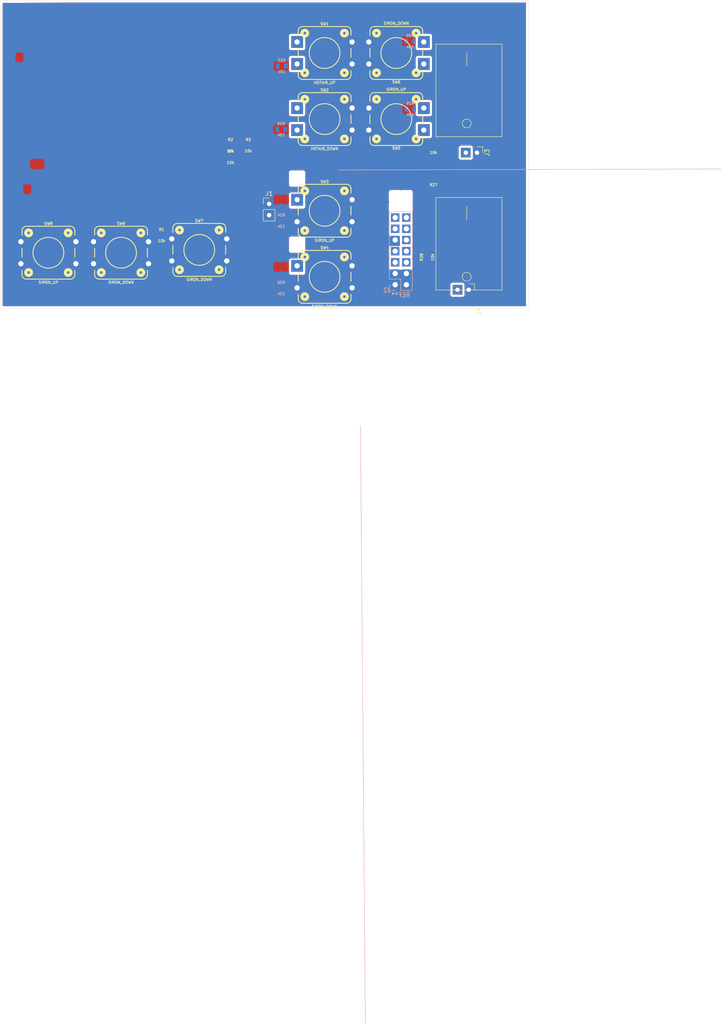
<source format=kicad_pcb>
(kicad_pcb (version 20211014) (generator pcbnew)
  (layers (0 "F.Cu" signal) (31 "B.Cu" signal) (34 "B.Paste" user) (35 "F.Paste" user) (36 "B.SilkS" user "B.Silkscreen") (37 "F.SilkS" user "F.Silkscreen") (38 "B.Mask" user) (39 "F.Mask" user) (44 "Edge.Cuts" user))
  (net 0 "")
  (net 1 "HOTAIR_UP_SW")
  (net 2 "HOTAIR_DOWN_SW")
  (net 3 "SOLDER_UP_SW")
  (net 4 "SOLDER_DOWN_SW")
  (net 5 "HOTAIR_ON_SW")
  (net 6 "SOLDER_ON_SW")
  (net 7 "GND")
  (net 8 "+3V3")
  (net 9 "SOLDER_SELECT_SW")
  (net 10 "MENU_UP_SW")
  (net 11 "HOTAIR_FAN_UP_SW")
  (net 12 "HOTAIR_FAN_DOWN_SW")
  (net 13 "MENU_OK_SW")
  (net 14 "MENU_DOWN_SW")
  (footprint "Capacitors:0805" (layer "F.Cu") (at 130.05308 82.68208 180)
    (fp_text reference "R27" (at 0 -6.0758) (layer "F.SilkS") (effects (font (size 0.6096 0.6096) (thickness 0.127))))
    (fp_text value "10k" (at 0 1.27) (layer "F.SilkS") (effects (font (size 0.6096 0.6096) (thickness 0.127))))
    (pad "1" smd rect locked (at -0.89916 0 180) (size 0.79756 1.19888) (layers "F.Cu" "F.Paste" "F.Mask") (net 5 "HOTAIR_ON_SW"))
    (pad "2" smd rect locked (at 0.89916 0 180) (size 0.79756 1.19888) (layers "F.Cu" "F.Paste" "F.Mask") (net 8 "+3V3"))
  )
  (footprint "Capacitors:0805" (layer "F.Cu") (at 128.62052 105.15612 90)
    (fp_text reference "R28" (at 0 -1.27 270) (layer "F.SilkS") (effects (font (size 0.6096 0.6096) (thickness 0.127))))
    (fp_text value "10k" (at 0 1.27 270) (layer "F.SilkS") (effects (font (size 0.6096 0.6096) (thickness 0.127))))
    (pad "1" smd rect locked (at -0.89916 0 90) (size 0.79756 1.19888) (layers "F.Cu" "F.Paste" "F.Mask") (net 6 "SOLDER_ON_SW"))
    (pad "2" smd rect locked (at 0.89916 0 90) (size 0.79756 1.19888) (layers "F.Cu" "F.Paste" "F.Mask") (net 8 "+3V3"))
  )
  (footprint "Connector_PinHeader_2.54mm:PinHeader_1x02_P2.54mm_Vertical" (layer "F.Cu") (at 138.05408 112.5474 -90)
    (fp_text reference "J4" (at 4.8058 -2.33 90) (layer "F.SilkS"))
    (fp_text value "solder_on")
    (fp_line (start -1.33 1.27) (end 1.33 1.27) (layer "F.SilkS") (width 0.12))
    (fp_line (start -1.33 0) (end -1.33 -1.33) (layer "F.SilkS") (width 0.12))
    (fp_line (start 1.33 1.27) (end 1.33 3.87) (layer "F.SilkS") (width 0.12))
    (fp_line (start -1.33 1.27) (end -1.33 3.87) (layer "F.SilkS") (width 0.12))
    (fp_line (start -1.33 -1.33) (end 0 -1.33) (layer "F.SilkS") (width 0.12))
    (fp_line (start -1.33 3.87) (end 1.33 3.87) (layer "F.SilkS") (width 0.12))
    (pad "1" thru_hole rect locked (at 0 0 270) (size 1.7 1.7) (drill 1) (layers *.Cu *.Mask) (net 7 "GND"))
    (pad "2" thru_hole rect locked (at 0 2.54 270) (size 2.2 2.2) (drill 1) (layers *.Cu *.Mask) (net 6 "SOLDER_ON_SW"))
  )
  (footprint "Switches:TACTILE_SWITCH_PTH_12MM" (layer "F.Cu") (at 105.3138 58.8092)
    (fp_text reference "SW1" (at 0 -6.604) (layer "F.SilkS") (effects (font (size 0.6096 0.6096) (thickness 0.127))))
    (fp_text value "HOTAIR_UP" (at 0 6.731) (layer "F.SilkS") (effects (font (size 0.6096 0.6096) (thickness 0.127))))
    (fp_line (start -4.99872 -5.99948) (end 4.99872 -5.99948) (layer "F.SilkS") (width 0.2032))
    (fp_line (start 5.99948 -4.99872) (end 5.99948 -3.99796) (layer "F.SilkS") (width 0.2032))
    (fp_line (start 5.99948 3.99796) (end 5.99948 4.99872) (layer "F.SilkS") (width 0.2032))
    (fp_line (start -5.99948 -3.99796) (end -5.99948 -4.99872) (layer "F.SilkS") (width 0.2032))
    (fp_line (start -5.99948 0.99822) (end -5.99948 -0.99822) (layer "F.SilkS") (width 0.2032))
    (fp_line (start 4.99872 5.99948) (end -4.99872 5.99948) (layer "F.SilkS") (width 0.2032))
    (fp_line (start 5.99948 -0.99822) (end 5.99948 0.99822) (layer "F.SilkS") (width 0.2032))
    (fp_line (start -5.99948 4.99872) (end -5.99948 3.99796) (layer "F.SilkS") (width 0.2032))
    (fp_arc (start 4.99872 -5.99948) (mid 5.706364 -5.706364) (end 5.99948 -4.99872) (layer "F.SilkS") (width 0.2032))
    (fp_arc (start -5.99948 -4.99872) (mid -5.706364 -5.706364) (end -4.99872 -5.99948) (layer "F.SilkS") (width 0.2032))
    (fp_arc (start -4.99872 5.99948) (mid -5.706364 5.706364) (end -5.99948 4.99872) (layer "F.SilkS") (width 0.2032))
    (fp_arc (start 5.99948 4.99872) (mid 5.706364 5.706364) (end 4.99872 5.99948) (layer "F.SilkS") (width 0.2032))
    (fp_circle (center -4.49834 -4.49834) (end -4.49834 -4.79806) (layer "F.SilkS") (width 0.6985) (fill none))
    (fp_circle (center 4.49834 -4.49834) (end 4.49834 -4.79806) (layer "F.SilkS") (width 0.6985) (fill none))
    (fp_circle (center -4.49834 4.49834) (end -4.49834 4.19862) (layer "F.SilkS") (width 0.6985) (fill none))
    (fp_circle (center 0 0) (end 0 -3.49758) (layer "F.SilkS") (width 0.2032) (fill none))
    (fp_circle (center 4.49834 4.49834) (end 4.49834 4.19862) (layer "F.SilkS") (width 0.6985) (fill none))
    (pad "1" thru_hole rect locked (at 6.2484 -2.49936) (size 2.7 2.7) (drill 1.19888) (layers *.Cu *.Mask) (net 7 "GND"))
    (pad "1" thru_hole rect locked (at 6.2484 2.49936) (size 2.7 2.7) (drill 1.19888) (layers *.Cu *.Mask) (net 7 "GND"))
    (pad "2" thru_hole rect locked (at -6.2484 2.49936) (size 2.7 2.7) (drill 1.19888) (layers *.Cu *.Mask) (net 1 "HOTAIR_UP_SW"))
    (pad "2" thru_hole rect locked (at -6.2484 -2.49936) (size 2.7 2.7) (drill 1.19888) (layers *.Cu *.Mask) (net 1 "HOTAIR_UP_SW"))
  )
  (footprint "Switches:TACTILE_SWITCH_PTH_12MM" (layer "F.Cu") (at 105.3138 94.615)
    (fp_text reference "SW3" (at 0 -6.604) (layer "F.SilkS") (effects (font (size 0.6096 0.6096) (thickness 0.127))))
    (fp_text value "SIRON_UP" (at 0 6.731) (layer "F.SilkS") (effects (font (size 0.6096 0.6096) (thickness 0.127))))
    (fp_line (start 5.99948 3.99796) (end 5.99948 4.99872) (layer "F.SilkS") (width 0.2032))
    (fp_line (start 5.99948 -0.99822) (end 5.99948 0.99822) (layer "F.SilkS") (width 0.2032))
    (fp_line (start -5.99948 0.99822) (end -5.99948 -0.99822) (layer "F.SilkS") (width 0.2032))
    (fp_line (start 4.99872 5.99948) (end -4.99872 5.99948) (layer "F.SilkS") (width 0.2032))
    (fp_line (start -5.99948 -3.99796) (end -5.99948 -4.99872) (layer "F.SilkS") (width 0.2032))
    (fp_line (start -5.99948 4.99872) (end -5.99948 3.99796) (layer "F.SilkS") (width 0.2032))
    (fp_line (start 5.99948 -4.99872) (end 5.99948 -3.99796) (layer "F.SilkS") (width 0.2032))
    (fp_line (start -4.99872 -5.99948) (end 4.99872 -5.99948) (layer "F.SilkS") (width 0.2032))
    (fp_arc (start -4.99872 5.99948) (mid -5.706364 5.706364) (end -5.99948 4.99872) (layer "F.SilkS") (width 0.2032))
    (fp_arc (start 4.99872 -5.99948) (mid 5.706364 -5.706364) (end 5.99948 -4.99872) (layer "F.SilkS") (width 0.2032))
    (fp_arc (start -5.99948 -4.99872) (mid -5.706364 -5.706364) (end -4.99872 -5.99948) (layer "F.SilkS") (width 0.2032))
    (fp_arc (start 5.99948 4.99872) (mid 5.706364 5.706364) (end 4.99872 5.99948) (layer "F.SilkS") (width 0.2032))
    (fp_circle (center -4.49834 -4.49834) (end -4.49834 -4.79806) (layer "F.SilkS") (width 0.6985) (fill none))
    (fp_circle (center 0 0) (end 0 -3.49758) (layer "F.SilkS") (width 0.2032) (fill none))
    (fp_circle (center -4.49834 4.49834) (end -4.49834 4.19862) (layer "F.SilkS") (width 0.6985) (fill none))
    (fp_circle (center 4.49834 4.49834) (end 4.49834 4.19862) (layer "F.SilkS") (width 0.6985) (fill none))
    (fp_circle (center 4.49834 -4.49834) (end 4.49834 -4.79806) (layer "F.SilkS") (width 0.6985) (fill none))
    (pad "1" thru_hole rect locked (at 6.2484 2.49936) (size 2.7 2.7) (drill 1.19888) (layers *.Cu *.Mask) (net 7 "GND"))
    (pad "1" thru_hole rect locked (at 6.2484 -2.49936) (size 2.7 2.7) (drill 1.19888) (layers *.Cu *.Mask) (net 7 "GND"))
    (pad "2" thru_hole rect locked (at -6.2484 2.49936) (size 2.7 2.7) (drill 1.19888) (layers *.Cu *.Mask) (net 3 "SOLDER_UP_SW"))
    (pad "2" thru_hole rect locked (at -6.2484 -2.49936) (size 2.7 2.7) (drill 1.19888) (layers *.Cu *.Mask) (net 3 "SOLDER_UP_SW"))
  )
  (footprint "Switches:TACTILE_SWITCH_PTH_12MM" (layer "F.Cu") (at 105.3138 109.615)
    (fp_text reference "SW4" (at 0 -6.604) (layer "F.SilkS") (effects (font (size 0.6096 0.6096) (thickness 0.127))))
    (fp_text value "SIRON_DOWN" (at 0 6.731) (layer "F.SilkS") (effects (font (size 0.6096 0.6096) (thickness 0.127))))
    (fp_line (start 4.99872 5.99948) (end -4.99872 5.99948) (layer "F.SilkS") (width 0.2032))
    (fp_line (start -4.99872 -5.99948) (end 4.99872 -5.99948) (layer "F.SilkS") (width 0.2032))
    (fp_line (start 5.99948 3.99796) (end 5.99948 4.99872) (layer "F.SilkS") (width 0.2032))
    (fp_line (start -5.99948 4.99872) (end -5.99948 3.99796) (layer "F.SilkS") (width 0.2032))
    (fp_line (start -5.99948 0.99822) (end -5.99948 -0.99822) (layer "F.SilkS") (width 0.2032))
    (fp_line (start -5.99948 -3.99796) (end -5.99948 -4.99872) (layer "F.SilkS") (width 0.2032))
    (fp_line (start 5.99948 -4.99872) (end 5.99948 -3.99796) (layer "F.SilkS") (width 0.2032))
    (fp_line (start 5.99948 -0.99822) (end 5.99948 0.99822) (layer "F.SilkS") (width 0.2032))
    (fp_arc (start -5.99948 -4.99872) (mid -5.706364 -5.706364) (end -4.99872 -5.99948) (layer "F.SilkS") (width 0.2032))
    (fp_arc (start 4.99872 -5.99948) (mid 5.706364 -5.706364) (end 5.99948 -4.99872) (layer "F.SilkS") (width 0.2032))
    (fp_arc (start 5.99948 4.99872) (mid 5.706364 5.706364) (end 4.99872 5.99948) (layer "F.SilkS") (width 0.2032))
    (fp_arc (start -4.99872 5.99948) (mid -5.706364 5.706364) (end -5.99948 4.99872) (layer "F.SilkS") (width 0.2032))
    (fp_circle (center 4.49834 -4.49834) (end 4.49834 -4.79806) (layer "F.SilkS") (width 0.6985) (fill none))
    (fp_circle (center -4.49834 4.49834) (end -4.49834 4.19862) (layer "F.SilkS") (width 0.6985) (fill none))
    (fp_circle (center 0 0) (end 0 -3.49758) (layer "F.SilkS") (width 0.2032) (fill none))
    (fp_circle (center -4.49834 -4.49834) (end -4.49834 -4.79806) (layer "F.SilkS") (width 0.6985) (fill none))
    (fp_circle (center 4.49834 4.49834) (end 4.49834 4.19862) (layer "F.SilkS") (width 0.6985) (fill none))
    (pad "1" thru_hole rect locked (at 6.2484 2.49936) (size 2.7 2.7) (drill 1.19888) (layers *.Cu *.Mask) (net 7 "GND"))
    (pad "1" thru_hole rect locked (at 6.2484 -2.49936) (size 2.7 2.7) (drill 1.19888) (layers *.Cu *.Mask) (net 7 "GND"))
    (pad "2" thru_hole rect locked (at -6.2484 -2.49936) (size 2.7 2.7) (drill 1.19888) (layers *.Cu *.Mask) (net 4 "SOLDER_DOWN_SW"))
    (pad "2" thru_hole rect locked (at -6.2484 2.49936) (size 2.7 2.7) (drill 1.19888) (layers *.Cu *.Mask) (net 4 "SOLDER_DOWN_SW"))
  )
  (footprint "Switches:TACTILE_SWITCH_PTH_12MM" (layer "F.Cu") (at 105.3138 73.8092)
    (fp_text reference "SW2" (at 0 -6.604) (layer "F.SilkS") (effects (font (size 0.6096 0.6096) (thickness 0.127))))
    (fp_text value "HOTAIR_DOWN" (at 0 6.731) (layer "F.SilkS") (effects (font (size 0.6096 0.6096) (thickness 0.127))))
    (fp_line (start 5.99948 3.99796) (end 5.99948 4.99872) (layer "F.SilkS") (width 0.2032))
    (fp_line (start -4.99872 -5.99948) (end 4.99872 -5.99948) (layer "F.SilkS") (width 0.2032))
    (fp_line (start -5.99948 -3.99796) (end -5.99948 -4.99872) (layer "F.SilkS") (width 0.2032))
    (fp_line (start 5.99948 -0.99822) (end 5.99948 0.99822) (layer "F.SilkS") (width 0.2032))
    (fp_line (start 4.99872 5.99948) (end -4.99872 5.99948) (layer "F.SilkS") (width 0.2032))
    (fp_line (start -5.99948 0.99822) (end -5.99948 -0.99822) (layer "F.SilkS") (width 0.2032))
    (fp_line (start -5.99948 4.99872) (end -5.99948 3.99796) (layer "F.SilkS") (width 0.2032))
    (fp_line (start 5.99948 -4.99872) (end 5.99948 -3.99796) (layer "F.SilkS") (width 0.2032))
    (fp_arc (start -4.99872 5.99948) (mid -5.706364 5.706364) (end -5.99948 4.99872) (layer "F.SilkS") (width 0.2032))
    (fp_arc (start 4.99872 -5.99948) (mid 5.706364 -5.706364) (end 5.99948 -4.99872) (layer "F.SilkS") (width 0.2032))
    (fp_arc (start 5.99948 4.99872) (mid 5.706364 5.706364) (end 4.99872 5.99948) (layer "F.SilkS") (width 0.2032))
    (fp_arc (start -5.99948 -4.99872) (mid -5.706364 -5.706364) (end -4.99872 -5.99948) (layer "F.SilkS") (width 0.2032))
    (fp_circle (center 4.49834 4.49834) (end 4.49834 4.19862) (layer "F.SilkS") (width 0.6985) (fill none))
    (fp_circle (center 0 0) (end 0 -3.49758) (layer "F.SilkS") (width 0.2032) (fill none))
    (fp_circle (center -4.49834 -4.49834) (end -4.49834 -4.79806) (layer "F.SilkS") (width 0.6985) (fill none))
    (fp_circle (center -4.49834 4.49834) (end -4.49834 4.19862) (layer "F.SilkS") (width 0.6985) (fill none))
    (fp_circle (center 4.49834 -4.49834) (end 4.49834 -4.79806) (layer "F.SilkS") (width 0.6985) (fill none))
    (pad "1" thru_hole rect locked (at 6.2484 -2.49936) (size 2.7 2.7) (drill 1.19888) (layers *.Cu *.Mask) (net 7 "GND"))
    (pad "1" thru_hole rect locked (at 6.2484 2.49936) (size 2.7 2.7) (drill 1.19888) (layers *.Cu *.Mask) (net 7 "GND"))
    (pad "2" thru_hole rect locked (at -6.2484 -2.49936) (size 2.7 2.7) (drill 1.19888) (layers *.Cu *.Mask) (net 2 "HOTAIR_DOWN_SW"))
    (pad "2" thru_hole rect locked (at -6.2484 2.49936) (size 2.7 2.7) (drill 1.19888) (layers *.Cu *.Mask) (net 2 "HOTAIR_DOWN_SW"))
  )
  (footprint "Connector_PinHeader_2.54mm:PinHeader_1x02_P2.54mm_Vertical" (layer "F.Cu") (at 139.94384 81.44256 -90)
    (fp_text reference "J3" (at 0 -2.33 90) (layer "F.SilkS"))
    (fp_text value "hot_on")
    (fp_line (start -1.33 1.27) (end -1.33 3.87) (layer "F.SilkS") (width 0.12))
    (fp_line (start -1.33 1.27) (end 1.33 1.27) (layer "F.SilkS") (width 0.12))
    (fp_line (start -1.33 0) (end -1.33 -1.33) (layer "F.SilkS") (width 0.12))
    (fp_line (start 1.33 1.27) (end 1.33 3.87) (layer "F.SilkS") (width 0.12))
    (fp_line (start -1.33 -1.33) (end 0 -1.33) (layer "F.SilkS") (width 0.12))
    (fp_line (start -1.33 3.87) (end 1.33 3.87) (layer "F.SilkS") (width 0.12))
    (pad "1" thru_hole rect locked (at 0 0 270) (size 1.7 1.7) (drill 1) (layers *.Cu *.Mask) (net 7 "GND"))
    (pad "2" thru_hole rect locked (at 0 2.54 270) (size 2.2 2.2) (drill 1) (layers *.Cu *.Mask "F.Adhes") (net 5 "HOTAIR_ON_SW"))
  )
  (footprint "Switches:TACTILE_SWITCH_PTH_12MM" (layer "F.Cu") (at 121.6138 73.8092 180)
    (fp_text reference "SW5" (at 0 -6.604 180) (layer "F.SilkS") (effects (font (size 0.6096 0.6096) (thickness 0.127))))
    (fp_text value "SIRON_UP" (at 0 6.731 180) (layer "F.SilkS") (effects (font (size 0.6096 0.6096) (thickness 0.127))))
    (fp_line (start 5.99948 -4.99872) (end 5.99948 -3.99796) (layer "F.SilkS") (width 0.2032))
    (fp_line (start -4.99872 -5.99948) (end 4.99872 -5.99948) (layer "F.SilkS") (width 0.2032))
    (fp_line (start 5.99948 -0.99822) (end 5.99948 0.99822) (layer "F.SilkS") (width 0.2032))
    (fp_line (start -5.99948 4.99872) (end -5.99948 3.99796) (layer "F.SilkS") (width 0.2032))
    (fp_line (start 5.99948 3.99796) (end 5.99948 4.99872) (layer "F.SilkS") (width 0.2032))
    (fp_line (start -5.99948 0.99822) (end -5.99948 -0.99822) (layer "F.SilkS") (width 0.2032))
    (fp_line (start 4.99872 5.99948) (end -4.99872 5.99948) (layer "F.SilkS") (width 0.2032))
    (fp_line (start -5.99948 -3.99796) (end -5.99948 -4.99872) (layer "F.SilkS") (width 0.2032))
    (fp_arc (start 5.99948 4.99872) (mid 5.706364 5.706364) (end 4.99872 5.99948) (layer "F.SilkS") (width 0.2032))
    (fp_arc (start -5.99948 -4.99872) (mid -5.706364 -5.706364) (end -4.99872 -5.99948) (layer "F.SilkS") (width 0.2032))
    (fp_arc (start 4.99872 -5.99948) (mid 5.706364 -5.706364) (end 5.99948 -4.99872) (layer "F.SilkS") (width 0.2032))
    (fp_arc (start -4.99872 5.99948) (mid -5.706364 5.706364) (end -5.99948 4.99872) (layer "F.SilkS") (width 0.2032))
    (fp_circle (center -4.49834 4.49834) (end -4.49834 4.19862) (layer "F.SilkS") (width 0.6985) (fill none))
    (fp_circle (center 0 0) (end 0 -3.49758) (layer "F.SilkS") (width 0.2032) (fill none))
    (fp_circle (center -4.49834 -4.49834) (end -4.49834 -4.79806) (layer "F.SilkS") (width 0.6985) (fill none))
    (fp_circle (center 4.49834 -4.49834) (end 4.49834 -4.79806) (layer "F.SilkS") (width 0.6985) (fill none))
    (fp_circle (center 4.49834 4.49834) (end 4.49834 4.19862) (layer "F.SilkS") (width 0.6985) (fill none))
    (pad "1" thru_hole rect locked (at 6.2484 2.49936 180) (size 2.7 2.7) (drill 1.19888) (layers *.Cu *.Mask) (net 7 "GND"))
    (pad "1" thru_hole rect locked (at 6.2484 -2.49936 180) (size 2.7 2.7) (drill 1.19888) (layers *.Cu *.Mask) (net 7 "GND"))
    (pad "2" thru_hole rect locked (at -6.2484 -2.49936 180) (size 2.7 2.7) (drill 1.19888) (layers *.Cu *.Mask) (net 11 "HOTAIR_FAN_UP_SW"))
    (pad "2" thru_hole rect locked (at -6.2484 2.49936 180) (size 2.7 2.7) (drill 1.19888) (layers *.Cu *.Mask) (net 11 "HOTAIR_FAN_UP_SW"))
  )
  (footprint "Switches:TACTILE_SWITCH_PTH_12MM" (layer "F.Cu") (at 121.6138 58.8092 180)
    (fp_text reference "SW6" (at 0 -6.604) (layer "F.SilkS") (effects (font (size 0.6096 0.6096) (thickness 0.127))))
    (fp_text value "SIRON_DOWN" (at 0 6.731) (layer "F.SilkS") (effects (font (size 0.6096 0.6096) (thickness 0.127))))
    (fp_line (start 5.99948 -4.99872) (end 5.99948 -3.99796) (layer "F.SilkS") (width 0.2032))
    (fp_line (start 5.99948 -0.99822) (end 5.99948 0.99822) (layer "F.SilkS") (width 0.2032))
    (fp_line (start -5.99948 4.99872) (end -5.99948 3.99796) (layer "F.SilkS") (width 0.2032))
    (fp_line (start -5.99948 -3.99796) (end -5.99948 -4.99872) (layer "F.SilkS") (width 0.2032))
    (fp_line (start 4.99872 5.99948) (end -4.99872 5.99948) (layer "F.SilkS") (width 0.2032))
    (fp_line (start 5.99948 3.99796) (end 5.99948 4.99872) (layer "F.SilkS") (width 0.2032))
    (fp_line (start -4.99872 -5.99948) (end 4.99872 -5.99948) (layer "F.SilkS") (width 0.2032))
    (fp_line (start -5.99948 0.99822) (end -5.99948 -0.99822) (layer "F.SilkS") (width 0.2032))
    (fp_arc (start 5.99948 4.99872) (mid 5.706364 5.706364) (end 4.99872 5.99948) (layer "F.SilkS") (width 0.2032))
    (fp_arc (start -5.99948 -4.99872) (mid -5.706364 -5.706364) (end -4.99872 -5.99948) (layer "F.SilkS") (width 0.2032))
    (fp_arc (start -4.99872 5.99948) (mid -5.706364 5.706364) (end -5.99948 4.99872) (layer "F.SilkS") (width 0.2032))
    (fp_arc (start 4.99872 -5.99948) (mid 5.706364 -5.706364) (end 5.99948 -4.99872) (layer "F.SilkS") (width 0.2032))
    (fp_circle (center 4.49834 4.49834) (end 4.49834 4.19862) (layer "F.SilkS") (width 0.6985) (fill none))
    (fp_circle (center -4.49834 4.49834) (end -4.49834 4.19862) (layer "F.SilkS") (width 0.6985) (fill none))
    (fp_circle (center -4.49834 -4.49834) (end -4.49834 -4.79806) (layer "F.SilkS") (width 0.6985) (fill none))
    (fp_circle (center 4.49834 -4.49834) (end 4.49834 -4.79806) (layer "F.SilkS") (width 0.6985) (fill none))
    (fp_circle (center 0 0) (end 0 -3.49758) (layer "F.SilkS") (width 0.2032) (fill none))
    (pad "1" thru_hole rect locked (at 6.2484 2.49936 180) (size 2.7 2.7) (drill 1.19888) (layers *.Cu *.Mask) (net 7 "GND"))
    (pad "1" thru_hole rect locked (at 6.2484 -2.49936 180) (size 2.7 2.7) (drill 1.19888) (layers *.Cu *.Mask) (net 7 "GND"))
    (pad "2" thru_hole rect locked (at -6.2484 -2.49936 180) (size 2.7 2.7) (drill 1.19888) (layers *.Cu *.Mask) (net 12 "HOTAIR_FAN_DOWN_SW"))
    (pad "2" thru_hole rect locked (at -6.2484 2.49936 180) (size 2.7 2.7) (drill 1.19888) (layers *.Cu *.Mask) (net 12 "HOTAIR_FAN_DOWN_SW"))
  )
  (footprint "Capacitors:0805" (layer "F.Cu") (at 87.969 79.77796)
    (fp_text reference "R3" (at 0 -1.27) (layer "F.SilkS") (effects (font (size 0.6096 0.6096) (thickness 0.127))))
    (fp_text value "10k" (at 0 1.27) (layer "F.SilkS") (effects (font (size 0.6096 0.6096) (thickness 0.127))))
    (pad "1" smd rect locked (at -0.89916 0) (size 0.79756 1.19888) (layers "F.Cu" "F.Paste" "F.Mask") (net 10 "MENU_UP_SW"))
    (pad "2" smd rect locked (at 0.89916 0) (size 0.79756 1.19888) (layers "F.Cu" "F.Paste" "F.Mask") (net 8 "+3V3"))
  )
  (footprint "Capacitors:0805" (layer "F.Cu") (at 68.279 100.17796)
    (fp_text reference "R1" (at 0 -1.27) (layer "F.SilkS") (effects (font (size 0.6096 0.6096) (thickness 0.127))))
    (fp_text value "10k" (at 0 1.27) (layer "F.SilkS") (effects (font (size 0.6096 0.6096) (thickness 0.127))))
    (pad "1" smd rect locked (at -0.89916 0) (size 0.79756 1.19888) (layers "F.Cu" "F.Paste" "F.Mask") (net 14 "MENU_DOWN_SW"))
    (pad "2" smd rect locked (at 0.89916 0) (size 0.79756 1.19888) (layers "F.Cu" "F.Paste" "F.Mask") (net 8 "+3V3"))
  )
  (footprint "Switches:TACTILE_SWITCH_PTH_12MM" (layer "F.Cu") (at 42.545 104.14)
    (fp_text reference "SW8" (at 0 -6.604) (layer "F.SilkS") (effects (font (size 0.6096 0.6096) (thickness 0.127))))
    (fp_text value "SIRON_UP" (at 0 6.731) (layer "F.SilkS") (effects (font (size 0.6096 0.6096) (thickness 0.127))))
    (fp_line (start 5.99948 -0.99822) (end 5.99948 0.99822) (layer "F.SilkS") (width 0.2032))
    (fp_line (start -5.99948 0.99822) (end -5.99948 -0.99822) (layer "F.SilkS") (width 0.2032))
    (fp_line (start 5.99948 -4.99872) (end 5.99948 -3.99796) (layer "F.SilkS") (width 0.2032))
    (fp_line (start -5.99948 4.99872) (end -5.99948 3.99796) (layer "F.SilkS") (width 0.2032))
    (fp_line (start -5.99948 -3.99796) (end -5.99948 -4.99872) (layer "F.SilkS") (width 0.2032))
    (fp_line (start 4.99872 5.99948) (end -4.99872 5.99948) (layer "F.SilkS") (width 0.2032))
    (fp_line (start -4.99872 -5.99948) (end 4.99872 -5.99948) (layer "F.SilkS") (width 0.2032))
    (fp_line (start 5.99948 3.99796) (end 5.99948 4.99872) (layer "F.SilkS") (width 0.2032))
    (fp_arc (start -4.99872 5.99948) (mid -5.706364 5.706364) (end -5.99948 4.99872) (layer "F.SilkS") (width 0.2032))
    (fp_arc (start 4.99872 -5.99948) (mid 5.706364 -5.706364) (end 5.99948 -4.99872) (layer "F.SilkS") (width 0.2032))
    (fp_arc (start 5.99948 4.99872) (mid 5.706364 5.706364) (end 4.99872 5.99948) (layer "F.SilkS") (width 0.2032))
    (fp_arc (start -5.99948 -4.99872) (mid -5.706364 -5.706364) (end -4.99872 -5.99948) (layer "F.SilkS") (width 0.2032))
    (fp_circle (center 0 0) (end 0 -3.49758) (layer "F.SilkS") (width 0.2032) (fill none))
    (fp_circle (center 4.49834 4.49834) (end 4.49834 4.19862) (layer "F.SilkS") (width 0.6985) (fill none))
    (fp_circle (center -4.49834 -4.49834) (end -4.49834 -4.79806) (layer "F.SilkS") (width 0.6985) (fill none))
    (fp_circle (center 4.49834 -4.49834) (end 4.49834 -4.79806) (layer "F.SilkS") (width 0.6985) (fill none))
    (fp_circle (center -4.49834 4.49834) (end -4.49834 4.19862) (layer "F.SilkS") (width 0.6985) (fill none))
    (pad "1" thru_hole circle locked (at 6.2484 2.49936) (size 2.159 2.159) (drill 1.19888) (layers *.Cu *.Mask) (net 7 "GND"))
    (pad "2" thru_hole circle locked (at -6.2484 2.49936) (size 2.159 2.159) (drill 1.19888) (layers *.Cu *.Mask) (net 14 "MENU_DOWN_SW"))
    (pad "3" thru_hole circle locked (at 6.2484 -2.49936) (size 2.159 2.159) (drill 1.19888) (layers *.Cu *.Mask))
    (pad "4" thru_hole circle locked (at -6.2484 -2.49936) (size 2.159 2.159) (drill 1.19888) (layers *.Cu *.Mask))
  )
  (footprint "Capacitors:0805" (layer "F.Cu") (at 83.929 79.77796)
    (fp_text reference "R2" (at 0 -1.27) (layer "F.SilkS") (effects (font (size 0.6096 0.6096) (thickness 0.127))))
    (fp_text value "10k" (at 0 1.27) (layer "F.SilkS") (effects (font (size 0.6096 0.6096) (thickness 0.127))))
    (pad "1" smd rect locked (at -0.89916 0) (size 0.79756 1.19888) (layers "F.Cu" "F.Paste" "F.Mask") (net 13 "MENU_OK_SW"))
    (pad "2" smd rect locked (at 0.89916 0) (size 0.79756 1.19888) (layers "F.Cu" "F.Paste" "F.Mask") (net 8 "+3V3"))
  )
  (footprint "Capacitors:0805" (layer "F.Cu") (at 83.929 82.41796)
    (fp_text reference "R4" (at 0 -1.27) (layer "F.SilkS") (effects (font (size 0.6096 0.6096) (thickness 0.127))))
    (fp_text value "10k" (at 0 1.27) (layer "F.SilkS") (effects (font (size 0.6096 0.6096) (thickness 0.127))))
    (pad "1" smd rect locked (at -0.89916 0) (size 0.79756 1.19888) (layers "F.Cu" "F.Paste" "F.Mask") (net 9 "SOLDER_SELECT_SW"))
    (pad "2" smd rect locked (at 0.89916 0) (size 0.79756 1.19888) (layers "F.Cu" "F.Paste" "F.Mask") (net 8 "+3V3"))
  )
  (footprint "Switches:TACTILE_SWITCH_PTH_12MM" (layer "F.Cu") (at 76.835 103.505)
    (fp_text reference "SW7" (at 0 -6.604) (layer "F.SilkS") (effects (font (size 0.6096 0.6096) (thickness 0.127))))
    (fp_text value "SIRON_DOWN" (at 0 6.731) (layer "F.SilkS") (effects (font (size 0.6096 0.6096) (thickness 0.127))))
    (fp_line (start 5.99948 -0.99822) (end 5.99948 0.99822) (layer "F.SilkS") (width 0.2032))
    (fp_line (start -5.99948 4.99872) (end -5.99948 3.99796) (layer "F.SilkS") (width 0.2032))
    (fp_line (start 4.99872 5.99948) (end -4.99872 5.99948) (layer "F.SilkS") (width 0.2032))
    (fp_line (start -5.99948 -3.99796) (end -5.99948 -4.99872) (layer "F.SilkS") (width 0.2032))
    (fp_line (start 5.99948 3.99796) (end 5.99948 4.99872) (layer "F.SilkS") (width 0.2032))
    (fp_line (start 5.99948 -4.99872) (end 5.99948 -3.99796) (layer "F.SilkS") (width 0.2032))
    (fp_line (start -5.99948 0.99822) (end -5.99948 -0.99822) (layer "F.SilkS") (width 0.2032))
    (fp_line (start -4.99872 -5.99948) (end 4.99872 -5.99948) (layer "F.SilkS") (width 0.2032))
    (fp_arc (start 4.99872 -5.99948) (mid 5.706364 -5.706364) (end 5.99948 -4.99872) (layer "F.SilkS") (width 0.2032))
    (fp_arc (start 5.99948 4.99872) (mid 5.706364 5.706364) (end 4.99872 5.99948) (layer "F.SilkS") (width 0.2032))
    (fp_arc (start -5.99948 -4.99872) (mid -5.706364 -5.706364) (end -4.99872 -5.99948) (layer "F.SilkS") (width 0.2032))
    (fp_arc (start -4.99872 5.99948) (mid -5.706364 5.706364) (end -5.99948 4.99872) (layer "F.SilkS") (width 0.2032))
    (fp_circle (center 0 0) (end 0 -3.49758) (layer "F.SilkS") (width 0.2032) (fill none))
    (fp_circle (center 4.49834 -4.49834) (end 4.49834 -4.79806) (layer "F.SilkS") (width 0.6985) (fill none))
    (fp_circle (center 4.49834 4.49834) (end 4.49834 4.19862) (layer "F.SilkS") (width 0.6985) (fill none))
    (fp_circle (center -4.49834 -4.49834) (end -4.49834 -4.79806) (layer "F.SilkS") (width 0.6985) (fill none))
    (fp_circle (center -4.49834 4.49834) (end -4.49834 4.19862) (layer "F.SilkS") (width 0.6985) (fill none))
    (pad "1" thru_hole circle locked (at 6.2484 2.49936) (size 2.159 2.159) (drill 1.19888) (layers *.Cu *.Mask) (net 7 "GND"))
    (pad "2" thru_hole circle locked (at -6.2484 2.49936) (size 2.159 2.159) (drill 1.19888) (layers *.Cu *.Mask) (net 10 "MENU_UP_SW"))
    (pad "3" thru_hole circle locked (at 6.2484 -2.49936) (size 2.159 2.159) (drill 1.19888) (layers *.Cu *.Mask))
    (pad "4" thru_hole circle locked (at -6.2484 -2.49936) (size 2.159 2.159) (drill 1.19888) (layers *.Cu *.Mask))
  )
  (footprint "Connector_PinHeader_2.54mm:PinHeader_1x02_P2.54mm_Vertical" (layer "F.Cu") (at 92.71 93.0708)
    (fp_text reference "J1" (at 0 -2.33) (layer "F.SilkS"))
    (fp_text value "solder_select")
    (fp_line (start -1.33 1.27) (end -1.33 3.87) (layer "F.SilkS") (width 0.12))
    (fp_line (start -1.33 3.87) (end 1.33 3.87) (layer "F.SilkS") (width 0.12))
    (fp_line (start -1.33 0) (end -1.33 -1.33) (layer "F.SilkS") (width 0.12))
    (fp_line (start -1.33 1.27) (end 1.33 1.27) (layer "F.SilkS") (width 0.12))
    (fp_line (start 1.33 1.27) (end 1.33 3.87) (layer "F.SilkS") (width 0.12))
    (fp_line (start -1.33 -1.33) (end 0 -1.33) (layer "F.SilkS") (width 0.12))
    (pad "1" thru_hole rect (at 0 0) (size 1.7 1.7) (drill 1) (layers *.Cu *.Mask) (net 7 "GND"))
    (pad "2" thru_hole oval (at 0 2.54) (size 1.7 1.7) (drill 1) (layers *.Cu *.Mask) (net 9 "SOLDER_SELECT_SW"))
  )
  (footprint "Switches:TACTILE_SWITCH_PTH_12MM" (layer "F.Cu") (at 59.055 104.14)
    (fp_text reference "SW9" (at 0 -6.604) (layer "F.SilkS") (effects (font (size 0.6096 0.6096) (thickness 0.127))))
    (fp_text value "SIRON_DOWN" (at 0 6.731) (layer "F.SilkS") (effects (font (size 0.6096 0.6096) (thickness 0.127))))
    (fp_line (start -5.99948 4.99872) (end -5.99948 3.99796) (layer "F.SilkS") (width 0.2032))
    (fp_line (start 5.99948 -0.99822) (end 5.99948 0.99822) (layer "F.SilkS") (width 0.2032))
    (fp_line (start -5.99948 -3.99796) (end -5.99948 -4.99872) (layer "F.SilkS") (width 0.2032))
    (fp_line (start 5.99948 -4.99872) (end 5.99948 -3.99796) (layer "F.SilkS") (width 0.2032))
    (fp_line (start 4.99872 5.99948) (end -4.99872 5.99948) (layer "F.SilkS") (width 0.2032))
    (fp_line (start -5.99948 0.99822) (end -5.99948 -0.99822) (layer "F.SilkS") (width 0.2032))
    (fp_line (start -4.99872 -5.99948) (end 4.99872 -5.99948) (layer "F.SilkS") (width 0.2032))
    (fp_line (start 5.99948 3.99796) (end 5.99948 4.99872) (layer "F.SilkS") (width 0.2032))
    (fp_arc (start 5.99948 4.99872) (mid 5.706364 5.706364) (end 4.99872 5.99948) (layer "F.SilkS") (width 0.2032))
    (fp_arc (start 4.99872 -5.99948) (mid 5.706364 -5.706364) (end 5.99948 -4.99872) (layer "F.SilkS") (width 0.2032))
    (fp_arc (start -5.99948 -4.99872) (mid -5.706364 -5.706364) (end -4.99872 -5.99948) (layer "F.SilkS") (width 0.2032))
    (fp_arc (start -4.99872 5.99948) (mid -5.706364 5.706364) (end -5.99948 4.99872) (layer "F.SilkS") (width 0.2032))
    (fp_circle (center 4.49834 -4.49834) (end 4.49834 -4.79806) (layer "F.SilkS") (width 0.6985) (fill none))
    (fp_circle (center 4.49834 4.49834) (end 4.49834 4.19862) (layer "F.SilkS") (width 0.6985) (fill none))
    (fp_circle (center 0 0) (end 0 -3.49758) (layer "F.SilkS") (width 0.2032) (fill none))
    (fp_circle (center -4.49834 -4.49834) (end -4.49834 -4.79806) (layer "F.SilkS") (width 0.6985) (fill none))
    (fp_circle (center -4.49834 4.49834) (end -4.49834 4.19862) (layer "F.SilkS") (width 0.6985) (fill none))
    (pad "1" thru_hole circle locked (at 6.2484 2.49936) (size 2.159 2.159) (drill 1.19888) (layers *.Cu *.Mask) (net 7 "GND"))
    (pad "2" thru_hole circle locked (at -6.2484 2.49936) (size 2.159 2.159) (drill 1.19888) (layers *.Cu *.Mask) (net 13 "MENU_OK_SW"))
    (pad "3" thru_hole circle locked (at 6.2484 -2.49936) (size 2.159 2.159) (drill 1.19888) (layers *.Cu *.Mask))
    (pad "4" thru_hole circle locked (at -6.2484 -2.49936) (size 2.159 2.159) (drill 1.19888) (layers *.Cu *.Mask))
  )
  (footprint "Capacitors:0805" (layer "B.Cu") (at 95.4578 112.181 180)
    (fp_text reference "R26" (at 0 1.27) (layer "B.SilkS") (effects (font (size 0.6096 0.6096) (thickness 0.127)) (justify mirror)))
    (fp_text value "10k" (at 0 -1.27) (layer "B.SilkS") (effects (font (size 0.6096 0.6096) (thickness 0.127)) (justify mirror)))
    (pad "1" smd rect locked (at -0.89916 0 180) (size 0.79756 1.19888) (layers "B.Cu" "B.Paste" "B.Mask") (net 4 "SOLDER_DOWN_SW"))
    (pad "2" smd rect locked (at 0.89916 0 180) (size 0.79756 1.19888) (layers "B.Cu" "B.Paste" "B.Mask") (net 8 "+3V3"))
  )
  (footprint "Capacitors:0805" (layer "B.Cu") (at 95.4578 76.1332 180)
    (fp_text reference "R25" (at 0 1.27) (layer "B.SilkS") (effects (font (size 0.6096 0.6096) (thickness 0.127)) (justify mirror)))
    (fp_text value "10k" (at 0 -1.27) (layer "B.SilkS") (effects (font (size 0.6096 0.6096) (thickness 0.127)) (justify mirror)))
    (pad "1" smd rect locked (at -0.89916 0 180) (size 0.79756 1.19888) (layers "B.Cu" "B.Paste" "B.Mask") (net 2 "HOTAIR_DOWN_SW"))
    (pad "2" smd rect locked (at 0.89916 0 180) (size 0.79756 1.19888) (layers "B.Cu" "B.Paste" "B.Mask") (net 8 "+3V3"))
  )
  (footprint "Capacitors:0805" (layer "B.Cu") (at 95.49892 96.8808 180)
    (fp_text reference "R24" (at 0 1.27) (layer "B.SilkS") (effects (font (size 0.6096 0.6096) (thickness 0.127)) (justify mirror)))
    (fp_text value "10k" (at 0 -1.27) (layer "B.SilkS") (effects (font (size 0.6096 0.6096) (thickness 0.127)) (justify mirror)))
    (pad "1" smd rect locked (at -0.89916 0 180) (size 0.79756 1.19888) (layers "B.Cu" "B.Paste" "B.Mask") (net 3 "SOLDER_UP_SW"))
    (pad "2" smd rect locked (at 0.89916 0 180) (size 0.79756 1.19888) (layers "B.Cu" "B.Paste" "B.Mask") (net 8 "+3V3"))
  )
  (footprint "Capacitors:0805" (layer "B.Cu") (at 95.5848 61.7822 180)
    (fp_text reference "R23" (at 0 1.27) (layer "B.SilkS") (effects (font (size 0.6096 0.6096) (thickness 0.127)) (justify mirror)))
    (fp_text value "10k" (at 0 -1.27) (layer "B.SilkS") (effects (font (size 0.6096 0.6096) (thickness 0.127)) (justify mirror)))
    (pad "1" smd rect locked (at -0.89916 0 180) (size 0.79756 1.19888) (layers "B.Cu" "B.Paste" "B.Mask") (net 1 "HOTAIR_UP_SW"))
    (pad "2" smd rect locked (at 0.89916 0 180) (size 0.79756 1.19888) (layers "B.Cu" "B.Paste" "B.Mask") (net 8 "+3V3"))
  )
  (footprint "My-Footprints:Con-01x14" (layer "B.Cu") (at 119.507 113.1622)
    (fp_text reference "J2" (at 0 -0.5 180) (layer "B.SilkS") (effects (justify mirror)))
    (fp_text value "main-board-conn")
    (fp_text user "REF**" (at 3.12 0.58 180) (layer "B.SilkS") (effects (justify mirror)))
    (fp_line (start 0.52 -3.02) (end 0.52 -18.32) (layer "B.SilkS") (width 0.12))
    (fp_line (start 0.52 -3.02) (end 3.12 -3.02) (layer "B.SilkS") (width 0.12))
    (fp_line (start 0.52 -1.75) (end 0.52 -0.42) (layer "B.SilkS") (width 0.12))
    (fp_line (start 0.52 -0.42) (end 1.85 -0.42) (layer "B.SilkS") (width 0.12))
    (fp_line (start 3.12 -3.02) (end 3.12 -0.42) (layer "B.SilkS") (width 0.12))
    (fp_line (start 0.52 -18.32) (end 5.72 -18.32) (layer "B.SilkS") (width 0.12))
    (fp_line (start 5.72 -0.42) (end 5.72 -18.32) (layer "B.SilkS") (width 0.12))
    (fp_line (start 3.12 -0.42) (end 5.72 -0.42) (layer "B.SilkS") (width 0.12))
    (pad "1" thru_hole rect locked (at 1.85 -1.75) (size 1.9 1.9) (drill 1.2) (layers *.Cu *.Mask) (net 8 "+3V3"))
    (pad "2" thru_hole rect locked (at 1.85 -4.29) (size 1.9 1.9) (drill 1.2) (layers *.Cu *.Mask) (net 7 "GND"))
    (pad "3" thru_hole rect locked (at 1.85 -6.83) (size 1.9 1.9) (drill 1.2) (layers *.Cu *.Mask) (net 14 "MENU_DOWN_SW"))
    (pad "4" thru_hole rect locked (at 1.85 -9.37) (size 1.9 1.9) (drill 1.2) (layers *.Cu *.Mask) (net 13 "MENU_OK_SW"))
    (pad "5" thru_hole rect locked (at 1.85 -11.91) (size 1.9 1.9) (drill 1.2) (layers *.Cu *.Mask) (net 10 "MENU_UP_SW"))
    (pad "6" thru_hole rect locked (at 1.85 -14.45) (size 1.9 1.9) (drill 1.2) (layers *.Cu *.Mask) (net 4 "SOLDER_DOWN_SW"))
    (pad "7" thru_hole rect locked (at 1.85 -16.99) (size 1.9 1.9) (drill 1.2) (layers *.Cu *.Mask) (net 3 "SOLDER_UP_SW"))
    (pad "8" thru_hole rect locked (at 4.39 -16.99) (size 1.9 1.9) (drill 1.2) (layers *.Cu *.Mask) (net 11 "HOTAIR_FAN_UP_SW"))
    (pad "9" thru_hole rect locked (at 4.39 -14.45) (size 1.9 1.9) (drill 1.2) (layers *.Cu *.Mask) (net 12 "HOTAIR_FAN_DOWN_SW"))
    (pad "10" thru_hole rect locked (at 4.39 -11.91) (size 1.9 1.9) (drill 1.2) (layers *.Cu *.Mask) (net 2 "HOTAIR_DOWN_SW"))
    (pad "11" thru_hole rect locked (at 4.39 -9.37) (size 1.9 1.9) (drill 1.2) (layers *.Cu *.Mask) (net 1 "HOTAIR_UP_SW"))
    (pad "12" thru_hole rect locked (at 4.39 -6.83) (size 1.9 1.9) (drill 1.2) (layers *.Cu *.Mask) (net 9 "SOLDER_SELECT_SW"))
    (pad "13" thru_hole rect locked (at 4.39 -4.29) (size 1.9 1.9) (drill 1.2) (layers *.Cu *.Mask) (net 5 "HOTAIR_ON_SW"))
    (pad "14" thru_hole rect locked (at 4.39 -1.75) (size 1.9 1.9) (drill 1.2) (layers *.Cu *.Mask) (net 6 "SOLDER_ON_SW"))
  )
  (footprint "Capacitors:0805" (layer "B.Cu") (at 124.7902 71.5264 180)
    (fp_text reference "R29" (at 0 1.27) (layer "B.SilkS") (effects (font (size 0.6096 0.6096) (thickness 0.127)) (justify mirror)))
    (fp_text value "10k" (at 0 -1.27) (layer "B.SilkS") (effects (font (size 0.6096 0.6096) (thickness 0.127)) (justify mirror)))
    (pad "1" smd rect locked (at -0.89916 0 180) (size 0.79756 1.19888) (layers "B.Cu" "B.Paste" "B.Mask") (net 11 "HOTAIR_FAN_UP_SW"))
    (pad "2" smd rect locked (at 0.89916 0 180) (size 0.79756 1.19888) (layers "B.Cu" "B.Paste" "B.Mask") (net 8 "+3V3"))
  )
  (footprint "Capacitors:0805" (layer "B.Cu") (at 124.7394 56.134 180)
    (fp_text reference "R30" (at 0 1.27) (layer "B.SilkS") (effects (font (size 0.6096 0.6096) (thickness 0.127)) (justify mirror)))
    (fp_text value "10k" (at 0 -1.27) (layer "B.SilkS") (effects (font (size 0.6096 0.6096) (thickness 0.127)) (justify mirror)))
    (pad "1" smd rect locked (at -0.89916 0 180) (size 0.79756 1.19888) (layers "B.Cu" "B.Paste" "B.Mask") (net 12 "HOTAIR_FAN_DOWN_SW"))
    (pad "2" smd rect locked (at 0.89916 0 180) (size 0.79756 1.19888) (layers "B.Cu" "B.Paste" "B.Mask") (net 8 "+3V3"))
  )
  (gr_line (start 113.4618 143.4592) (end 114.5794 279.1968) (layer "B.SilkS") (width 0.12))
  (gr_line (start 108.585 85.3694) (end 195.3514 85.1408) (layer "B.SilkS") (width 0.12))
  (gr_line (start 145.6138 77.8092) (end 130.6138 77.8092) (layer "F.SilkS") (width 0.12))
  (gr_line (start 145.6138 112.615) (end 130.6138 112.615) (layer "F.SilkS") (width 0.12))
  (gr_line (start 145.6138 91.615) (end 145.6138 112.615) (layer "F.SilkS") (width 0.12))
  (gr_circle (center 137.6138 109.615) (end 137.6138 108.615) (layer "F.SilkS") (width 0.12) (fill none))
  (gr_line (start 130.6138 91.615) (end 145.6138 91.615) (layer "F.SilkS") (width 0.12))
  (gr_line (start 130.6138 112.615) (end 130.6138 91.615) (layer "F.SilkS") (width 0.12))
  (gr_line (start 137.6138 93.615) (end 137.6138 96.615) (layer "F.SilkS") (width 0.12))
  (gr_circle (center 137.6138 74.8092) (end 137.6138 73.8092) (layer "F.SilkS") (width 0.12) (fill none))
  (gr_line (start 130.6138 56.8092) (end 145.6138 56.8092) (layer "F.SilkS") (width 0.12))
  (gr_line (start 130.6138 77.8092) (end 130.6138 56.8092) (layer "F.SilkS") (width 0.12))
  (gr_line (start 145.6138 56.8092) (end 145.6138 77.8092) (layer "F.SilkS") (width 0.12))
  (gr_line (start 137.6138 58.8092) (end 137.6138 61.8092) (layer "F.SilkS") (width 0.12))
  (gr_line (start 151.6138 116.8092) (end 151.6138 46.8092) (layer "Edge.Cuts") (width 0.05))
  (gr_line (start 31.6138 46.8092) (end 31.6138 116.8092) (layer "Edge.Cuts") (width 0.05))
  (gr_line (start 151.6138 46.8092) (end 31.6138 46.8092) (layer "Edge.Cuts") (width 0.05))
  (gr_line (start 31.6138 116.8092) (end 151.6138 116.8092) (layer "Edge.Cuts") (width 0.05))
  (zone (net 7) (net_name "GND") (layer "F.Cu") (connect_pads yes (clearance 0.508)) (min_thickness 0.254) (fill yes (thermal_gap 0.508) (thermal_bridge_width 0.508))
    (polygon (pts (xy 151.5618 116.9162) (xy 76.1238 116.5352) (xy 31.9278 116.5352) (xy 31.5468 47.4472) (xy 151.5618 46.8122)))
  )
  (zone (net 7) (net_name "GND") (layer "B.Cu") (connect_pads yes (clearance 0.508)) (min_thickness 0.254) (fill yes (thermal_gap 0.508) (thermal_bridge_width 0.508))
    (polygon (pts (xy 151.5618 116.9162) (xy 31.6738 116.9162) (xy 31.5468 47.4472) (xy 151.4348 46.9392)))
  )
)
</source>
